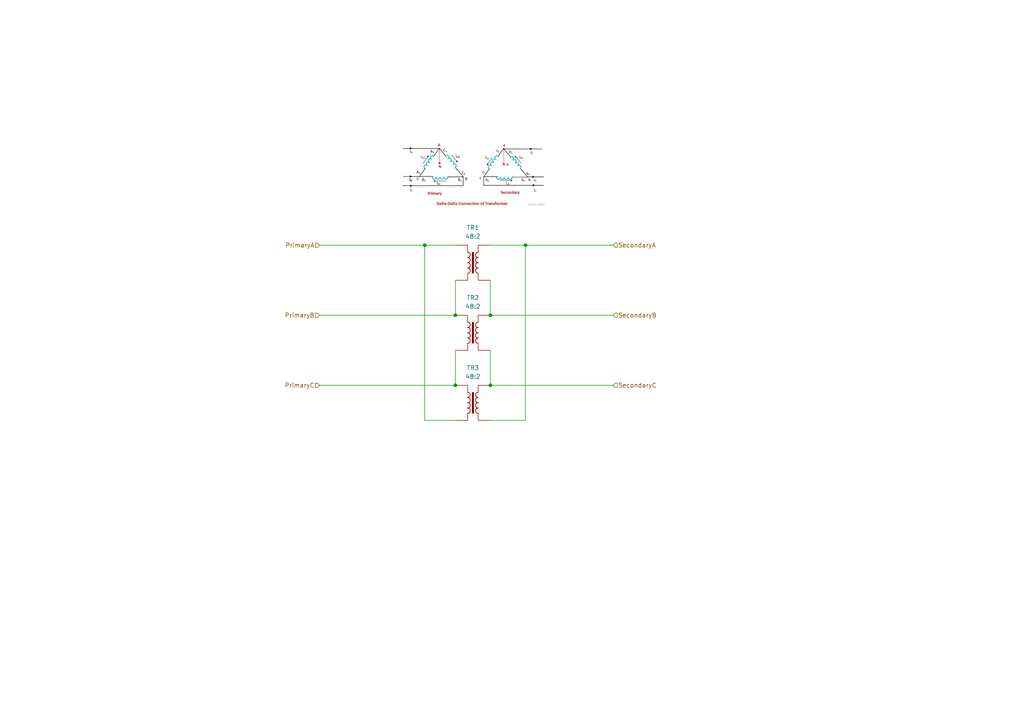
<source format=kicad_sch>
(kicad_sch (version 20250114) (generator "eeschema") (generator_version "9.0")
  (paper "A4")
  (lib_symbols
    (symbol "Transformer:TRANSF1" (pin_numbers (hide yes)) (pin_names (offset 0))
      (property "Reference" "TR" (at 0 6.35 0))
      (property "Value" "TRANSF1" (at 0 -6.35 0))
      (symbol "TRANSF1_0_1"
        (polyline (pts (xy -2.54 5.08) (xy -1.524 5.08) (xy -1.524 3.048)) (stroke (width 0.1524)))
        (arc (start -1.524 3.048) (mid -0.7653 2.286) (end -1.524 1.524) (stroke (width 0.2032)))
        (arc (start -1.524 1.524) (mid -0.7653 0.762) (end -1.524 0) (stroke (width 0.2032)))
        (arc (start -1.524 0) (mid -0.7653 -0.762) (end -1.524 -1.524) (stroke (width 0.2032)))
        (arc (start -1.524 -1.524) (mid -0.7653 -2.286) (end -1.524 -3.048) (stroke (width 0.2032)))
        (polyline (pts (xy -1.524 -3.048) (xy -1.524 -5.08) (xy -2.54 -5.08)) (stroke (width 0.1524)))
        (rectangle (start -0.254 3.048) (end 0.254 -3.048) (stroke (width 0.0254)) (fill (type outline)))
        (polyline (pts (xy 1.524 3.048) (xy 1.524 5.08) (xy 2.54 5.08)) (stroke (width 0.1524)))
        (arc (start 1.524 1.524) (mid 0.7653 2.286) (end 1.524 3.048) (stroke (width 0.2032)))
        (arc (start 1.524 0) (mid 0.7653 0.762) (end 1.524 1.524) (stroke (width 0.2032)))
        (arc (start 1.524 -1.524) (mid 0.7653 -0.762) (end 1.524 0) (stroke (width 0.2032)))
        (arc (start 1.524 -3.048) (mid 0.7653 -2.286) (end 1.524 -1.524) (stroke (width 0.2032)))
        (polyline (pts (xy 2.54 -5.08) (xy 1.524 -5.08) (xy 1.524 -3.048)) (stroke (width 0.1524)))
      )
      (symbol "TRANSF1_1_1"
        (pin passive line (at -5.08 5.08 0) (length 2.54) (name "~") (number "1"))
        (pin passive line (at -5.08 -5.08 0) (length 2.54) (name "~") (number "2"))
        (pin passive line (at 5.08 5.08 180) (length 2.54) (name "~") (number "4"))
        (pin passive line (at 5.08 -5.08 180) (length 2.54) (name "~") (number "3"))
      )
    )
  )
  (junction (at 132.08 111.76))
  (junction (at 142.24 111.76))
  (junction (at 132.08 91.44))
  (junction (at 152.4 71.12))
  (junction (at 142.24 91.44))
  (junction (at 123.19 71.12))
  (wire (pts (xy 123.19 71.12) (xy 123.19 121.92)))
  (wire (pts (xy 142.24 101.6) (xy 142.24 111.76)))
  (wire (pts (xy 132.08 121.92) (xy 123.19 121.92)))
  (wire (pts (xy 132.08 101.6) (xy 132.08 111.76)))
  (wire (pts (xy 123.19 71.12) (xy 132.08 71.12)))
  (wire (pts (xy 92.71 91.44) (xy 132.08 91.44)))
  (wire (pts (xy 142.24 91.44) (xy 177.8 91.44)))
  (wire (pts (xy 142.24 111.76) (xy 177.8 111.76)))
  (wire (pts (xy 142.24 121.92) (xy 152.4 121.92)))
  (wire (pts (xy 142.24 81.28) (xy 142.24 91.44)))
  (wire (pts (xy 152.4 71.12) (xy 177.8 71.12)))
  (wire (pts (xy 152.4 71.12) (xy 142.24 71.12)))
  (wire (pts (xy 92.71 111.76) (xy 132.08 111.76)))
  (wire (pts (xy 132.08 81.28) (xy 132.08 91.44)))
  (wire (pts (xy 92.71 71.12) (xy 123.19 71.12)))
  (wire (pts (xy 152.4 121.92) (xy 152.4 71.12)))
  (image (at 137.16 50.8))
  (hierarchical_label "SecondaryC" (shape input) (at 177.8 111.76 0))
  (hierarchical_label "SecondaryB" (shape input) (at 177.8 91.44 0))
  (hierarchical_label "PrimaryB" (shape input) (at 92.71 91.44 180))
  (hierarchical_label "PrimaryC" (shape input) (at 92.71 111.76 180))
  (hierarchical_label "PrimaryA" (shape input) (at 92.71 71.12 180))
  (hierarchical_label "SecondaryA" (shape input) (at 177.8 71.12 0))
  (symbol (lib_id "Transformer:TRANSF1") (at 137.16 116.84 0) (unit 1)
    (property "Reference" "TR3" (at 137.16 106.68 0))
    (property "Value" "48:2" (at 137.16 109.22 0))
    (property "Footprint" "Transformer_THT:Transformer_NF_ETAL_1-1_P1200" (effects (hide yes)))
  )
  (symbol (lib_id "Transformer:TRANSF1") (at 137.16 76.2 0) (unit 1)
    (property "Reference" "TR1" (at 137.16 66.04 0))
    (property "Value" "48:2" (at 137.16 68.58 0))
    (property "Footprint" "Transformer_THT:Transformer_NF_ETAL_1-1_P1200" (effects (hide yes)))
  )
  (symbol (lib_id "Transformer:TRANSF1") (at 137.16 96.52 0) (unit 1)
    (property "Reference" "TR2" (at 137.16 86.36 0))
    (property "Value" "48:2" (at 137.16 88.9 0))
    (property "Footprint" "Transformer_THT:Transformer_NF_ETAL_1-1_P1200" (effects (hide yes)))
  )
)
</source>
